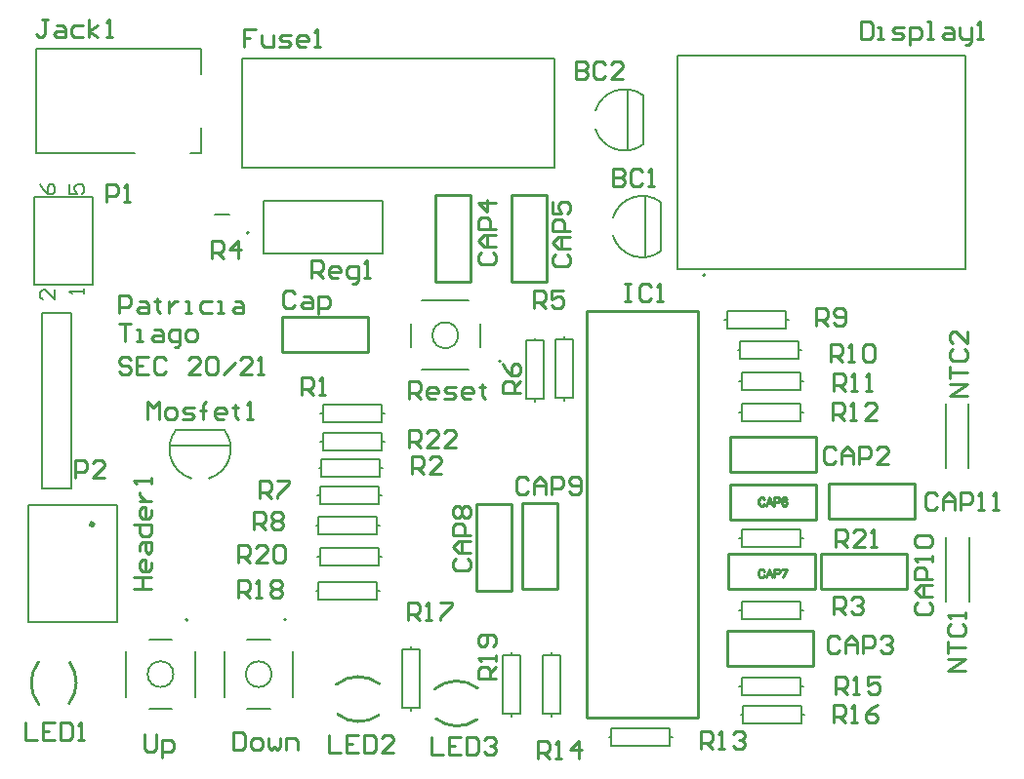
<source format=gto>
G04*
G04 #@! TF.GenerationSoftware,Altium Limited,Altium Designer,20.0.12 (288)*
G04*
G04 Layer_Color=65535*
%FSLAX44Y44*%
%MOMM*%
G71*
G01*
G75*
%ADD10C,0.4000*%
%ADD11C,0.2000*%
%ADD12C,0.1270*%
%ADD13C,0.2540*%
%ADD14C,0.2032*%
D10*
X398540Y818460D02*
G03*
X398540Y818460I-1000J0D01*
G01*
D11*
X533670Y1071610D02*
G03*
X533670Y1071610I-1000J0D01*
G01*
X929681Y1034821D02*
G03*
X929681Y1034821I-1000J0D01*
G01*
X752430Y959909D02*
G03*
X752430Y959909I-1000J0D01*
G01*
X566001Y735670D02*
G03*
X566001Y735670I-1000J0D01*
G01*
X480911D02*
G03*
X480911Y735670I-1000J0D01*
G01*
X354330Y1002030D02*
X379730D01*
X354330Y849630D02*
X379730D01*
X354330D02*
Y1002030D01*
X379730Y849630D02*
Y1002030D01*
X419540Y733460D02*
Y835460D01*
X342540Y733460D02*
X419540D01*
X342540D02*
Y835460D01*
X419540D01*
X528320Y1127760D02*
Y1223010D01*
X798830D01*
Y1127760D02*
Y1223010D01*
X528320Y1127760D02*
X798830D01*
X648970Y890270D02*
Y897890D01*
X598170D02*
X648970D01*
X598170Y882650D02*
Y897890D01*
Y882650D02*
X648970D01*
Y890270D01*
X595884D02*
X598170D01*
X648970D02*
X651256D01*
X647700Y867410D02*
X649986D01*
X594614D02*
X596900D01*
X647700Y859790D02*
Y867410D01*
X596900Y859790D02*
X647700D01*
X596900D02*
Y875030D01*
X647700D01*
Y867410D02*
Y875030D01*
X648970Y914400D02*
Y922020D01*
X598170D02*
X648970D01*
X598170Y906780D02*
Y922020D01*
Y906780D02*
X648970D01*
Y914400D01*
X595884D02*
X598170D01*
X648970D02*
X651256D01*
X646430Y843949D02*
X648716D01*
X593344D02*
X595630D01*
X646430Y836329D02*
Y843949D01*
X595630Y836329D02*
X646430D01*
X595630D02*
Y851569D01*
X646430D01*
Y843949D02*
Y851569D01*
X593344Y789940D02*
X595630D01*
X646430D02*
X648716D01*
X595630D02*
Y797560D01*
X646430D01*
Y782320D02*
Y797560D01*
X595630Y782320D02*
X646430D01*
X595630D02*
Y789940D01*
X592074Y817324D02*
X594360D01*
X645160D02*
X647446D01*
X594360D02*
Y824944D01*
X645160D01*
Y809704D02*
Y824944D01*
X594360Y809704D02*
X645160D01*
X594360D02*
Y817324D01*
X959104Y744091D02*
X961390D01*
X1012190D02*
X1014476D01*
X961390D02*
Y751711D01*
X1012190D01*
Y736471D02*
Y751711D01*
X961390Y736471D02*
X1012190D01*
X961390D02*
Y744091D01*
X959104Y806302D02*
X961390D01*
X1012190D02*
X1014476D01*
X961390D02*
Y813922D01*
X1012190D01*
Y798682D02*
Y813922D01*
X961390Y798682D02*
X1012190D01*
X961390D02*
Y806302D01*
X782320Y977900D02*
Y980186D01*
Y924814D02*
Y927100D01*
Y977900D02*
X789940D01*
Y927100D02*
Y977900D01*
X774700Y927100D02*
X789940D01*
X774700D02*
Y977900D01*
X782320D01*
X807720Y979170D02*
Y981456D01*
Y926084D02*
Y928370D01*
Y979170D02*
X815340D01*
Y928370D02*
Y979170D01*
X800100Y928370D02*
X815340D01*
X800100D02*
Y979170D01*
X807720D01*
X1013460Y652780D02*
X1015746D01*
X960374D02*
X962660D01*
X1013460Y645160D02*
Y652780D01*
X962660Y645160D02*
X1013460D01*
X962660D02*
Y660400D01*
X1013460D01*
Y652780D02*
Y660400D01*
X1012190Y677320D02*
X1014476D01*
X959104D02*
X961390D01*
X1012190Y669700D02*
Y677320D01*
X961390Y669700D02*
X1012190D01*
X961390D02*
Y684940D01*
X1012190D01*
Y677320D02*
Y684940D01*
X796290Y651764D02*
Y654050D01*
Y704850D02*
Y707136D01*
X788670Y654050D02*
X796290D01*
X788670D02*
Y704850D01*
X803910D01*
Y654050D02*
Y704850D01*
X796290Y654050D02*
X803910D01*
X899160Y633730D02*
X901446D01*
X846074D02*
X848360D01*
X899160Y626110D02*
Y633730D01*
X848360Y626110D02*
X899160D01*
X848360D02*
Y641350D01*
X899160D01*
Y633730D02*
Y641350D01*
X1012190Y915416D02*
X1014476D01*
X959104D02*
X961390D01*
X1012190Y907796D02*
Y915416D01*
X961390Y907796D02*
X1012190D01*
X961390D02*
Y923036D01*
X1012190D01*
Y915416D02*
Y923036D01*
X1012190Y943102D02*
X1014476D01*
X959104D02*
X961390D01*
X1012190Y935482D02*
Y943102D01*
X961390Y935482D02*
X1012190D01*
X961390D02*
Y950722D01*
X1012190D01*
Y943102D02*
Y950722D01*
X1010920Y969810D02*
X1013206D01*
X957834D02*
X960120D01*
X1010920Y962190D02*
Y969810D01*
X960120Y962190D02*
X1010920D01*
X960120D02*
Y977430D01*
X1010920D01*
Y969810D02*
Y977430D01*
X999490Y995680D02*
X1001776D01*
X946404D02*
X948690D01*
X999490Y988060D02*
Y995680D01*
X948690Y988060D02*
X999490D01*
X948690D02*
Y1003300D01*
X999490D01*
Y995680D02*
Y1003300D01*
X762000Y704850D02*
Y707136D01*
Y651764D02*
Y654050D01*
Y704850D02*
X769620D01*
Y654050D02*
Y704850D01*
X754380Y654050D02*
X769620D01*
X754380D02*
Y704850D01*
X762000D01*
X592074Y760730D02*
X594360D01*
X645160D02*
X647446D01*
X594360D02*
Y768350D01*
X645160D01*
Y753110D02*
Y768350D01*
X594360Y753110D02*
X645160D01*
X594360D02*
Y760730D01*
X674370Y709930D02*
Y712216D01*
Y656844D02*
Y659130D01*
Y709930D02*
X681990D01*
Y659130D02*
Y709930D01*
X666750Y659130D02*
X681990D01*
X666750D02*
Y709930D01*
X674370D01*
X398780Y1053677D02*
Y1102360D01*
Y1026160D02*
Y1102360D01*
X347980Y1026160D02*
Y1102360D01*
Y1026160D02*
X398780D01*
X347980Y1102360D02*
X398780D01*
X504540Y1087120D02*
X516540D01*
D12*
X891450Y1097981D02*
G03*
X849526Y1084762I-16419J-21016D01*
G01*
X849525Y1069162D02*
G03*
X891450Y1055943I25505J7798D01*
G01*
X876209Y1190691D02*
G03*
X834286Y1177473I-16419J-21016D01*
G01*
X834285Y1161872D02*
G03*
X876210Y1148653I25505J7798D01*
G01*
X715280Y982620D02*
G03*
X715280Y982620I-11180J0D01*
G01*
X553470Y688340D02*
G03*
X553470Y688340I-11180J0D01*
G01*
X468380D02*
G03*
X468380Y688340I-11180J0D01*
G01*
X499288Y858415D02*
G03*
X512507Y900340I-7798J25505D01*
G01*
X470469Y900340D02*
G03*
X483688Y858416I21016J-16419D01*
G01*
X546170Y1053710D02*
Y1099710D01*
Y1053710D02*
X650170D01*
Y1099710D01*
X546170D02*
X650170D01*
X905681Y1039821D02*
Y1225821D01*
X1155681Y1039821D02*
Y1225821D01*
X905681Y1039821D02*
X1155681D01*
X905681Y1225821D02*
X1155681D01*
X877570Y1050410D02*
Y1103510D01*
X891540Y1056014D02*
Y1097910D01*
X862330Y1143120D02*
Y1196220D01*
X876300Y1148724D02*
Y1190620D01*
X684100Y952620D02*
X724100D01*
X674100Y972620D02*
Y992620D01*
X734100Y972620D02*
Y992620D01*
X684100Y1012620D02*
X724100D01*
X572290Y668340D02*
Y708340D01*
X532290Y658340D02*
X552290D01*
X532290Y718340D02*
X552290D01*
X512290Y668340D02*
Y708340D01*
X487200Y668340D02*
Y708340D01*
X447200Y658340D02*
X467200D01*
X447200Y718340D02*
X467200D01*
X427200Y668340D02*
Y708340D01*
X470540Y900430D02*
X512436D01*
X464940Y886460D02*
X518040D01*
X349180Y1141180D02*
Y1231180D01*
Y1141180D02*
X435180D01*
X483180D02*
X492180D01*
Y1163180D01*
Y1209180D02*
Y1231180D01*
X349180D02*
X492180D01*
X1158398Y751293D02*
Y807173D01*
X1138398Y751293D02*
Y807173D01*
X1138080Y867410D02*
Y923290D01*
X1158080Y867410D02*
Y923290D01*
D13*
X351247Y698922D02*
G03*
X351873Y661740I23403J-18202D01*
G01*
X377828Y662939D02*
G03*
X378460Y698500I-23403J18202D01*
G01*
X646852Y679993D02*
G03*
X609669Y679367I-18202J-23403D01*
G01*
X610869Y653412D02*
G03*
X646430Y652780I18202J23403D01*
G01*
X732242Y676183D02*
G03*
X695060Y675557I-18202J-23403D01*
G01*
X696259Y649602D02*
G03*
X731820Y648970I18202J23403D01*
G01*
X562210Y998220D02*
X582530D01*
X562210Y967740D02*
Y998220D01*
Y967740D02*
X582530D01*
X618090D02*
X637140D01*
Y998220D01*
X618090D02*
X637140D01*
X582530Y967740D02*
X618090D01*
X582530Y998220D02*
X618090D01*
X1005840Y864022D02*
X1026160D01*
Y894502D01*
X1005840D02*
X1026160D01*
X951230D02*
X970280D01*
X951230Y864022D02*
Y894502D01*
Y864022D02*
X970280D01*
Y894502D02*
X1005840D01*
X970280Y864022D02*
X1005840D01*
X948690Y725566D02*
X969010D01*
X948690Y695086D02*
Y725566D01*
Y695086D02*
X969010D01*
X1004570D02*
X1023620D01*
Y725566D01*
X1004570D02*
X1023620D01*
X969010Y695086D02*
X1004570D01*
X969010Y725566D02*
X1004570D01*
X726440Y1083710D02*
Y1104030D01*
X695960D02*
X726440D01*
X695960Y1083710D02*
Y1104030D01*
Y1029100D02*
Y1048150D01*
Y1029100D02*
X726440D01*
Y1048150D01*
X695960D02*
Y1083710D01*
X726440Y1048150D02*
Y1083710D01*
X792480D02*
Y1104030D01*
X762000D02*
X792480D01*
X762000Y1083710D02*
Y1104030D01*
Y1029100D02*
Y1048150D01*
Y1029100D02*
X792480D01*
Y1048150D01*
X762000D02*
Y1083710D01*
X792480Y1048150D02*
Y1083710D01*
X1005840Y822331D02*
X1026160D01*
Y852811D01*
X1005840D02*
X1026160D01*
X951230D02*
X970280D01*
X951230Y822331D02*
Y852811D01*
Y822331D02*
X970280D01*
Y852811D02*
X1005840D01*
X970280Y822331D02*
X1005840D01*
X949960Y792480D02*
X970280D01*
X949960Y762000D02*
Y792480D01*
Y762000D02*
X970280D01*
X1005840D02*
X1024890D01*
Y792480D01*
X1005840D02*
X1024890D01*
X970280Y762000D02*
X1005840D01*
X970280Y792480D02*
X1005840D01*
X762000Y815340D02*
Y835660D01*
X731520D02*
X762000D01*
X731520Y815340D02*
Y835660D01*
Y760730D02*
Y779780D01*
Y760730D02*
X762000D01*
Y779780D01*
X731520D02*
Y815340D01*
X762000Y779780D02*
Y815340D01*
X770890Y762000D02*
Y782320D01*
Y762000D02*
X801370D01*
Y782320D01*
Y817880D02*
Y836930D01*
X770890D02*
X801370D01*
X770890Y817880D02*
Y836930D01*
X801370Y782320D02*
Y817880D01*
X770890Y782320D02*
Y817880D01*
X1029970Y792480D02*
X1050290D01*
X1029970Y762000D02*
Y792480D01*
Y762000D02*
X1050290D01*
X1085850D02*
X1104900D01*
Y792480D01*
X1085850D02*
X1104900D01*
X1050290Y762000D02*
X1085850D01*
X1050290Y792480D02*
X1085850D01*
X1036720Y853440D02*
X1057040D01*
X1036720Y822960D02*
Y853440D01*
Y822960D02*
X1057040D01*
X1092600D02*
X1111650D01*
Y853440D01*
X1092600D02*
X1111650D01*
X1057040Y822960D02*
X1092600D01*
X1057040Y853440D02*
X1092600D01*
X826770Y650240D02*
Y1003300D01*
Y650240D02*
X923290D01*
Y1003300D01*
X826770D02*
X923290D01*
X421640Y1001869D02*
Y1016864D01*
X429138D01*
X431637Y1014365D01*
Y1009366D01*
X429138Y1006867D01*
X421640D01*
X439134Y1011865D02*
X444133D01*
X446632Y1009366D01*
Y1001869D01*
X439134D01*
X436635Y1004368D01*
X439134Y1006867D01*
X446632D01*
X454129Y1014365D02*
Y1011865D01*
X451630D01*
X456629D01*
X454129D01*
Y1004368D01*
X456629Y1001869D01*
X464126Y1011865D02*
Y1001869D01*
Y1006867D01*
X466625Y1009366D01*
X469125Y1011865D01*
X471624D01*
X479121Y1001869D02*
X484120D01*
X481621D01*
Y1011865D01*
X479121D01*
X501614D02*
X494117D01*
X491617Y1009366D01*
Y1004368D01*
X494117Y1001869D01*
X501614D01*
X506613D02*
X511611D01*
X509112D01*
Y1011865D01*
X506613D01*
X521608D02*
X526606D01*
X529105Y1009366D01*
Y1001869D01*
X521608D01*
X519109Y1004368D01*
X521608Y1006867D01*
X529105D01*
X421640Y992774D02*
X431637D01*
X426638D01*
Y977779D01*
X436635D02*
X441633D01*
X439134D01*
Y987775D01*
X436635D01*
X451630D02*
X456629D01*
X459128Y985276D01*
Y977779D01*
X451630D01*
X449131Y980278D01*
X451630Y982777D01*
X459128D01*
X469125Y972780D02*
X471624D01*
X474123Y975279D01*
Y987775D01*
X466625D01*
X464126Y985276D01*
Y980278D01*
X466625Y977779D01*
X474123D01*
X481621D02*
X486619D01*
X489118Y980278D01*
Y985276D01*
X486619Y987775D01*
X481621D01*
X479121Y985276D01*
Y980278D01*
X481621Y977779D01*
X431637Y961186D02*
X429138Y963685D01*
X424139D01*
X421640Y961186D01*
Y958687D01*
X424139Y956188D01*
X429138D01*
X431637Y953688D01*
Y951189D01*
X429138Y948690D01*
X424139D01*
X421640Y951189D01*
X446632Y963685D02*
X436635D01*
Y948690D01*
X446632D01*
X436635Y956188D02*
X441633D01*
X461627Y961186D02*
X459128Y963685D01*
X454129D01*
X451630Y961186D01*
Y951189D01*
X454129Y948690D01*
X459128D01*
X461627Y951189D01*
X491617Y948690D02*
X481621D01*
X491617Y958687D01*
Y961186D01*
X489118Y963685D01*
X484120D01*
X481621Y961186D01*
X496616D02*
X499115Y963685D01*
X504113D01*
X506613Y961186D01*
Y951189D01*
X504113Y948690D01*
X499115D01*
X496616Y951189D01*
Y961186D01*
X511611Y948690D02*
X521608Y958687D01*
X536603Y948690D02*
X526606D01*
X536603Y958687D01*
Y961186D01*
X534104Y963685D01*
X529105D01*
X526606Y961186D01*
X541601Y948690D02*
X546600D01*
X544100D01*
Y963685D01*
X541601Y961186D01*
X383544Y858522D02*
Y873757D01*
X391162D01*
X393701Y871218D01*
Y866140D01*
X391162Y863601D01*
X383544D01*
X408936Y858522D02*
X398779D01*
X408936Y868679D01*
Y871218D01*
X406397Y873757D01*
X401318D01*
X398779Y871218D01*
X673107Y885192D02*
Y900427D01*
X680724D01*
X683263Y897888D01*
Y892810D01*
X680724Y890271D01*
X673107D01*
X678185D02*
X683263Y885192D01*
X698498D02*
X688342D01*
X698498Y895349D01*
Y897888D01*
X695959Y900427D01*
X690881D01*
X688342Y897888D01*
X713733Y885192D02*
X703577D01*
X713733Y895349D01*
Y897888D01*
X711194Y900427D01*
X706116D01*
X703577Y897888D01*
X579882Y930656D02*
Y945891D01*
X587500D01*
X590039Y943352D01*
Y938273D01*
X587500Y935734D01*
X579882D01*
X584960D02*
X590039Y930656D01*
X595117D02*
X600195D01*
X597656D01*
Y945891D01*
X595117Y943352D01*
X1130707Y843278D02*
X1128168Y845817D01*
X1123090D01*
X1120550Y843278D01*
Y833122D01*
X1123090Y830583D01*
X1128168D01*
X1130707Y833122D01*
X1135785Y830583D02*
Y840739D01*
X1140864Y845817D01*
X1145942Y840739D01*
Y830583D01*
Y838200D01*
X1135785D01*
X1151020Y830583D02*
Y845817D01*
X1158638D01*
X1161177Y843278D01*
Y838200D01*
X1158638Y835661D01*
X1151020D01*
X1166255Y830583D02*
X1171334D01*
X1168795D01*
Y845817D01*
X1166255Y843278D01*
X1178951Y830583D02*
X1184030D01*
X1181491D01*
Y845817D01*
X1178951Y843278D01*
X1113792Y750578D02*
X1111252Y748039D01*
Y742960D01*
X1113792Y740421D01*
X1123948D01*
X1126488Y742960D01*
Y748039D01*
X1123948Y750578D01*
X1126488Y755656D02*
X1116331D01*
X1111252Y760734D01*
X1116331Y765813D01*
X1126488D01*
X1118870D01*
Y755656D01*
X1126488Y770891D02*
X1111252D01*
Y778509D01*
X1113792Y781048D01*
X1118870D01*
X1121409Y778509D01*
Y770891D01*
X1126488Y786126D02*
Y791205D01*
Y788665D01*
X1111252D01*
X1113792Y786126D01*
Y798822D02*
X1111252Y801361D01*
Y806440D01*
X1113792Y808979D01*
X1123948D01*
X1126488Y806440D01*
Y801361D01*
X1123948Y798822D01*
X1113792D01*
X588018Y1032512D02*
Y1047747D01*
X595636D01*
X598175Y1045208D01*
Y1040129D01*
X595636Y1037590D01*
X588018D01*
X593097D02*
X598175Y1032512D01*
X610871D02*
X605793D01*
X603253Y1035051D01*
Y1040129D01*
X605793Y1042668D01*
X610871D01*
X613410Y1040129D01*
Y1037590D01*
X603253D01*
X623567Y1027433D02*
X626106D01*
X628645Y1029973D01*
Y1042668D01*
X621028D01*
X618488Y1040129D01*
Y1035051D01*
X621028Y1032512D01*
X628645D01*
X633723D02*
X638802D01*
X636263D01*
Y1047747D01*
X633723Y1045208D01*
X1042676Y798685D02*
Y813920D01*
X1050293D01*
X1052833Y811381D01*
Y806302D01*
X1050293Y803763D01*
X1042676D01*
X1047754D02*
X1052833Y798685D01*
X1068068D02*
X1057911D01*
X1068068Y808841D01*
Y811381D01*
X1065528Y813920D01*
X1060450D01*
X1057911Y811381D01*
X1073146Y798685D02*
X1078224D01*
X1075685D01*
Y813920D01*
X1073146Y811381D01*
X524517Y784863D02*
Y800098D01*
X532134D01*
X534673Y797558D01*
Y792480D01*
X532134Y789941D01*
X524517D01*
X529595D02*
X534673Y784863D01*
X549908D02*
X539752D01*
X549908Y795019D01*
Y797558D01*
X547369Y800098D01*
X542291D01*
X539752Y797558D01*
X554987D02*
X557526Y800098D01*
X562604D01*
X565143Y797558D01*
Y787402D01*
X562604Y784863D01*
X557526D01*
X554987Y787402D01*
Y797558D01*
X748027Y684536D02*
X732792D01*
Y692154D01*
X735332Y694693D01*
X740410D01*
X742949Y692154D01*
Y684536D01*
Y689614D02*
X748027Y694693D01*
Y699771D02*
Y704850D01*
Y702310D01*
X732792D01*
X735332Y699771D01*
X745488Y712467D02*
X748027Y715006D01*
Y720085D01*
X745488Y722624D01*
X735332D01*
X732792Y720085D01*
Y715006D01*
X735332Y712467D01*
X737871D01*
X740410Y715006D01*
Y722624D01*
X524516Y754382D02*
Y769617D01*
X532134D01*
X534673Y767078D01*
Y762000D01*
X532134Y759461D01*
X524516D01*
X529594D02*
X534673Y754382D01*
X539751D02*
X544830D01*
X542290D01*
Y769617D01*
X539751Y767078D01*
X552447D02*
X554986Y769617D01*
X560065D01*
X562604Y767078D01*
Y764539D01*
X560065Y762000D01*
X562604Y759461D01*
Y756922D01*
X560065Y754382D01*
X554986D01*
X552447Y756922D01*
Y759461D01*
X554986Y762000D01*
X552447Y764539D01*
Y767078D01*
X554986Y762000D02*
X560065D01*
X671836Y735332D02*
Y750567D01*
X679454D01*
X681993Y748028D01*
Y742950D01*
X679454Y740411D01*
X671836D01*
X676915D02*
X681993Y735332D01*
X687071D02*
X692150D01*
X689610D01*
Y750567D01*
X687071Y748028D01*
X699767Y750567D02*
X709924D01*
Y748028D01*
X699767Y737872D01*
Y735332D01*
X1041406Y646014D02*
Y661249D01*
X1049024D01*
X1051563Y658710D01*
Y653631D01*
X1049024Y651092D01*
X1041406D01*
X1046485D02*
X1051563Y646014D01*
X1056641D02*
X1061720D01*
X1059180D01*
Y661249D01*
X1056641Y658710D01*
X1079494Y661249D02*
X1074416Y658710D01*
X1069337Y653631D01*
Y648553D01*
X1071876Y646014D01*
X1076955D01*
X1079494Y648553D01*
Y651092D01*
X1076955Y653631D01*
X1069337D01*
X1042676Y670972D02*
Y686207D01*
X1050294D01*
X1052833Y683668D01*
Y678590D01*
X1050294Y676051D01*
X1042676D01*
X1047755D02*
X1052833Y670972D01*
X1057911D02*
X1062990D01*
X1060451D01*
Y686207D01*
X1057911Y683668D01*
X1080764Y686207D02*
X1070607D01*
Y678590D01*
X1075686Y681129D01*
X1078225D01*
X1080764Y678590D01*
Y673512D01*
X1078225Y670972D01*
X1073146D01*
X1070607Y673512D01*
X784866Y614683D02*
Y629917D01*
X792484D01*
X795023Y627378D01*
Y622300D01*
X792484Y619761D01*
X784866D01*
X789945D02*
X795023Y614683D01*
X800101D02*
X805180D01*
X802640D01*
Y629917D01*
X800101Y627378D01*
X820415Y614683D02*
Y629917D01*
X812797Y622300D01*
X822954D01*
X925836Y623573D02*
Y638807D01*
X933454D01*
X935993Y636268D01*
Y631190D01*
X933454Y628651D01*
X925836D01*
X930915D02*
X935993Y623573D01*
X941071D02*
X946150D01*
X943610D01*
Y638807D01*
X941071Y636268D01*
X953767D02*
X956306Y638807D01*
X961385D01*
X963924Y636268D01*
Y633729D01*
X961385Y631190D01*
X958846D01*
X961385D01*
X963924Y628651D01*
Y626112D01*
X961385Y623573D01*
X956306D01*
X953767Y626112D01*
X1040136Y909069D02*
Y924304D01*
X1047754D01*
X1050293Y921765D01*
Y916686D01*
X1047754Y914147D01*
X1040136D01*
X1045215D02*
X1050293Y909069D01*
X1055371D02*
X1060450D01*
X1057911D01*
Y924304D01*
X1055371Y921765D01*
X1078224Y909069D02*
X1068067D01*
X1078224Y919225D01*
Y921765D01*
X1075685Y924304D01*
X1070606D01*
X1068067Y921765D01*
X1041405Y934214D02*
Y949449D01*
X1049023D01*
X1051562Y946910D01*
Y941832D01*
X1049023Y939293D01*
X1041405D01*
X1046483D02*
X1051562Y934214D01*
X1056640D02*
X1061719D01*
X1059179D01*
Y949449D01*
X1056640Y946910D01*
X1069336Y934214D02*
X1074414D01*
X1071875D01*
Y949449D01*
X1069336Y946910D01*
X1038866Y959653D02*
Y974888D01*
X1046484D01*
X1049023Y972349D01*
Y967270D01*
X1046484Y964731D01*
X1038866D01*
X1043944D02*
X1049023Y959653D01*
X1054101D02*
X1059180D01*
X1056640D01*
Y974888D01*
X1054101Y972349D01*
X1066797D02*
X1069336Y974888D01*
X1074415D01*
X1076954Y972349D01*
Y962192D01*
X1074415Y959653D01*
X1069336D01*
X1066797Y962192D01*
Y972349D01*
X1026164Y990602D02*
Y1005837D01*
X1033782D01*
X1036321Y1003298D01*
Y998220D01*
X1033782Y995681D01*
X1026164D01*
X1031243D02*
X1036321Y990602D01*
X1041399Y993142D02*
X1043938Y990602D01*
X1049017D01*
X1051556Y993142D01*
Y1003298D01*
X1049017Y1005837D01*
X1043938D01*
X1041399Y1003298D01*
Y1000759D01*
X1043938Y998220D01*
X1051556D01*
X538484Y814072D02*
Y829307D01*
X546102D01*
X548641Y826768D01*
Y821690D01*
X546102Y819151D01*
X538484D01*
X543563D02*
X548641Y814072D01*
X553719Y826768D02*
X556258Y829307D01*
X561337D01*
X563876Y826768D01*
Y824229D01*
X561337Y821690D01*
X563876Y819151D01*
Y816612D01*
X561337Y814072D01*
X556258D01*
X553719Y816612D01*
Y819151D01*
X556258Y821690D01*
X553719Y824229D01*
Y826768D01*
X556258Y821690D02*
X561337D01*
X543564Y840742D02*
Y855977D01*
X551182D01*
X553721Y853438D01*
Y848360D01*
X551182Y845821D01*
X543564D01*
X548643D02*
X553721Y840742D01*
X558799Y855977D02*
X568956D01*
Y853438D01*
X558799Y843282D01*
Y840742D01*
X769617Y932184D02*
X754382D01*
Y939802D01*
X756922Y942341D01*
X762000D01*
X764539Y939802D01*
Y932184D01*
Y937262D02*
X769617Y942341D01*
X754382Y957576D02*
X756922Y952497D01*
X762000Y947419D01*
X767078D01*
X769617Y949958D01*
Y955037D01*
X767078Y957576D01*
X764539D01*
X762000Y955037D01*
Y947419D01*
X781054Y1005843D02*
Y1021077D01*
X788672D01*
X791211Y1018538D01*
Y1013460D01*
X788672Y1010921D01*
X781054D01*
X786133D02*
X791211Y1005843D01*
X806446Y1021077D02*
X796289D01*
Y1013460D01*
X801367Y1015999D01*
X803907D01*
X806446Y1013460D01*
Y1008382D01*
X803907Y1005843D01*
X798828D01*
X796289Y1008382D01*
X501654Y1049023D02*
Y1064258D01*
X509272D01*
X511811Y1061718D01*
Y1056640D01*
X509272Y1054101D01*
X501654D01*
X506732D02*
X511811Y1049023D01*
X524507D02*
Y1064258D01*
X516889Y1056640D01*
X527046D01*
X1041404Y740284D02*
Y755519D01*
X1049021D01*
X1051561Y752979D01*
Y747901D01*
X1049021Y745362D01*
X1041404D01*
X1046482D02*
X1051561Y740284D01*
X1056639Y752979D02*
X1059178Y755519D01*
X1064256D01*
X1066796Y752979D01*
Y750440D01*
X1064256Y747901D01*
X1061717D01*
X1064256D01*
X1066796Y745362D01*
Y742823D01*
X1064256Y740284D01*
X1059178D01*
X1056639Y742823D01*
X675644Y862333D02*
Y877568D01*
X683262D01*
X685801Y875028D01*
Y869950D01*
X683262Y867411D01*
X675644D01*
X680723D02*
X685801Y862333D01*
X701036D02*
X690879D01*
X701036Y872489D01*
Y875028D01*
X698497Y877568D01*
X693418D01*
X690879Y875028D01*
X410213Y1098552D02*
Y1113788D01*
X417831D01*
X420370Y1111248D01*
Y1106170D01*
X417831Y1103631D01*
X410213D01*
X425448Y1098552D02*
X430527D01*
X427988D01*
Y1113788D01*
X425448Y1111248D01*
X1156967Y929649D02*
X1141732D01*
X1156967Y939806D01*
X1141732D01*
Y944884D02*
Y955041D01*
Y949962D01*
X1156967D01*
X1144272Y970276D02*
X1141732Y967737D01*
Y962658D01*
X1144272Y960119D01*
X1154428D01*
X1156967Y962658D01*
Y967737D01*
X1154428Y970276D01*
X1156967Y985511D02*
Y975354D01*
X1146811Y985511D01*
X1144272D01*
X1141732Y982972D01*
Y977893D01*
X1144272Y975354D01*
X1155697Y690888D02*
X1140462D01*
X1155697Y701045D01*
X1140462D01*
Y706123D02*
Y716280D01*
Y711202D01*
X1155697D01*
X1143002Y731515D02*
X1140462Y728976D01*
Y723898D01*
X1143002Y721358D01*
X1153158D01*
X1155697Y723898D01*
Y728976D01*
X1153158Y731515D01*
X1155697Y736593D02*
Y741672D01*
Y739133D01*
X1140462D01*
X1143002Y736593D01*
X445785Y909323D02*
Y924557D01*
X450863Y919479D01*
X455942Y924557D01*
Y909323D01*
X463559D02*
X468637D01*
X471177Y911862D01*
Y916940D01*
X468637Y919479D01*
X463559D01*
X461020Y916940D01*
Y911862D01*
X463559Y909323D01*
X476255D02*
X483872D01*
X486412Y911862D01*
X483872Y914401D01*
X478794D01*
X476255Y916940D01*
X478794Y919479D01*
X486412D01*
X494029Y909323D02*
Y922018D01*
Y916940D01*
X491490D01*
X496568D01*
X494029D01*
Y922018D01*
X496568Y924557D01*
X511803Y909323D02*
X506725D01*
X504186Y911862D01*
Y916940D01*
X506725Y919479D01*
X511803D01*
X514343Y916940D01*
Y914401D01*
X504186D01*
X521960Y922018D02*
Y919479D01*
X519421D01*
X524499D01*
X521960D01*
Y911862D01*
X524499Y909323D01*
X532117D02*
X537195D01*
X534656D01*
Y924557D01*
X532117Y922018D01*
X692159Y633727D02*
Y618493D01*
X702316D01*
X717551Y633727D02*
X707394D01*
Y618493D01*
X717551D01*
X707394Y626110D02*
X712473D01*
X722629Y633727D02*
Y618493D01*
X730247D01*
X732786Y621032D01*
Y631188D01*
X730247Y633727D01*
X722629D01*
X737864Y631188D02*
X740403Y633727D01*
X745482D01*
X748021Y631188D01*
Y628649D01*
X745482Y626110D01*
X742943D01*
X745482D01*
X748021Y623571D01*
Y621032D01*
X745482Y618493D01*
X740403D01*
X737864Y621032D01*
X603259Y634997D02*
Y619762D01*
X613416D01*
X628651Y634997D02*
X618494D01*
Y619762D01*
X628651D01*
X618494Y627380D02*
X623573D01*
X633729Y634997D02*
Y619762D01*
X641347D01*
X643886Y622302D01*
Y632458D01*
X641347Y634997D01*
X633729D01*
X659121Y619762D02*
X648964D01*
X659121Y629919D01*
Y632458D01*
X656582Y634997D01*
X651503D01*
X648964Y632458D01*
X340368Y646428D02*
Y631193D01*
X350525D01*
X365760Y646428D02*
X355603D01*
Y631193D01*
X365760D01*
X355603Y638810D02*
X360682D01*
X370838Y646428D02*
Y631193D01*
X378456D01*
X380995Y633732D01*
Y643888D01*
X378456Y646428D01*
X370838D01*
X386073Y631193D02*
X391152D01*
X388613D01*
Y646428D01*
X386073Y643888D01*
X359153Y1256787D02*
X354074D01*
X356614D01*
Y1244091D01*
X354074Y1241552D01*
X351535D01*
X348996Y1244091D01*
X366770Y1251709D02*
X371849D01*
X374388Y1249169D01*
Y1241552D01*
X366770D01*
X364231Y1244091D01*
X366770Y1246630D01*
X374388D01*
X389623Y1251709D02*
X382005D01*
X379466Y1249169D01*
Y1244091D01*
X382005Y1241552D01*
X389623D01*
X394701D02*
Y1256787D01*
Y1246630D02*
X402319Y1251709D01*
X394701Y1246630D02*
X402319Y1241552D01*
X409936D02*
X415015D01*
X412476D01*
Y1256787D01*
X409936Y1254248D01*
X859795Y1027428D02*
X864874D01*
X862335D01*
Y1012193D01*
X859795D01*
X864874D01*
X882648Y1024888D02*
X880109Y1027428D01*
X875030D01*
X872491Y1024888D01*
Y1014732D01*
X875030Y1012193D01*
X880109D01*
X882648Y1014732D01*
X887726Y1012193D02*
X892805D01*
X890266D01*
Y1027428D01*
X887726Y1024888D01*
X434342Y762016D02*
X449577D01*
X441960D01*
Y772172D01*
X434342D01*
X449577D01*
Y784868D02*
Y779790D01*
X447038Y777251D01*
X441960D01*
X439421Y779790D01*
Y784868D01*
X441960Y787407D01*
X444499D01*
Y777251D01*
X439421Y795025D02*
Y800103D01*
X441960Y802643D01*
X449577D01*
Y795025D01*
X447038Y792486D01*
X444499Y795025D01*
Y802643D01*
X434342Y817878D02*
X449577D01*
Y810260D01*
X447038Y807721D01*
X441960D01*
X439421Y810260D01*
Y817878D01*
X449577Y830573D02*
Y825495D01*
X447038Y822956D01*
X441960D01*
X439421Y825495D01*
Y830573D01*
X441960Y833113D01*
X444499D01*
Y822956D01*
X439421Y838191D02*
X449577D01*
X444499D01*
X441960Y840730D01*
X439421Y843269D01*
Y845808D01*
X449577Y853426D02*
Y858504D01*
Y855965D01*
X434342D01*
X436882Y853426D01*
X539757Y1248408D02*
X529601D01*
Y1240790D01*
X534679D01*
X529601D01*
Y1233173D01*
X544836Y1243329D02*
Y1235712D01*
X547375Y1233173D01*
X554992D01*
Y1243329D01*
X560071Y1233173D02*
X567688D01*
X570228Y1235712D01*
X567688Y1238251D01*
X562610D01*
X560071Y1240790D01*
X562610Y1243329D01*
X570228D01*
X582923Y1233173D02*
X577845D01*
X575306Y1235712D01*
Y1240790D01*
X577845Y1243329D01*
X582923D01*
X585463Y1240790D01*
Y1238251D01*
X575306D01*
X590541Y1233173D02*
X595619D01*
X593080D01*
Y1248408D01*
X590541Y1245868D01*
X1064277Y1254757D02*
Y1239522D01*
X1071895D01*
X1074434Y1242061D01*
Y1252217D01*
X1071895Y1254757D01*
X1064277D01*
X1079512Y1239522D02*
X1084591D01*
X1082051D01*
Y1249678D01*
X1079512D01*
X1092208Y1239522D02*
X1099826D01*
X1102365Y1242061D01*
X1099826Y1244600D01*
X1094747D01*
X1092208Y1247139D01*
X1094747Y1249678D01*
X1102365D01*
X1107443Y1234443D02*
Y1249678D01*
X1115061D01*
X1117600Y1247139D01*
Y1242061D01*
X1115061Y1239522D01*
X1107443D01*
X1122678D02*
X1127757D01*
X1125218D01*
Y1254757D01*
X1122678D01*
X1137913Y1249678D02*
X1142992D01*
X1145531Y1247139D01*
Y1239522D01*
X1137913D01*
X1135374Y1242061D01*
X1137913Y1244600D01*
X1145531D01*
X1150609Y1249678D02*
Y1242061D01*
X1153148Y1239522D01*
X1160766D01*
Y1236982D01*
X1158227Y1234443D01*
X1155688D01*
X1160766Y1239522D02*
Y1249678D01*
X1165844Y1239522D02*
X1170923D01*
X1168384D01*
Y1254757D01*
X1165844Y1252217D01*
X776393Y856831D02*
X773854Y859370D01*
X768776D01*
X766237Y856831D01*
Y846674D01*
X768776Y844135D01*
X773854D01*
X776393Y846674D01*
X781472Y844135D02*
Y854292D01*
X786550Y859370D01*
X791628Y854292D01*
Y844135D01*
Y851752D01*
X781472D01*
X796707Y844135D02*
Y859370D01*
X804324D01*
X806863Y856831D01*
Y851752D01*
X804324Y849213D01*
X796707D01*
X811942Y846674D02*
X814481Y844135D01*
X819559D01*
X822098Y846674D01*
Y856831D01*
X819559Y859370D01*
X814481D01*
X811942Y856831D01*
Y854292D01*
X814481Y851752D01*
X822098D01*
X713742Y788676D02*
X711202Y786137D01*
Y781058D01*
X713742Y778519D01*
X723898D01*
X726438Y781058D01*
Y786137D01*
X723898Y788676D01*
X726438Y793754D02*
X716281D01*
X711202Y798832D01*
X716281Y803911D01*
X726438D01*
X718820D01*
Y793754D01*
X726438Y808989D02*
X711202D01*
Y816607D01*
X713742Y819146D01*
X718820D01*
X721359Y816607D01*
Y808989D01*
X713742Y824224D02*
X711202Y826763D01*
Y831842D01*
X713742Y834381D01*
X716281D01*
X718820Y831842D01*
X721359Y834381D01*
X723898D01*
X726438Y831842D01*
Y826763D01*
X723898Y824224D01*
X721359D01*
X718820Y826763D01*
X716281Y824224D01*
X713742D01*
X718820Y826763D02*
Y831842D01*
X980645Y777803D02*
X980312Y778469D01*
X979645Y779136D01*
X978979Y779469D01*
X977645D01*
X976979Y779136D01*
X976312Y778469D01*
X975979Y777803D01*
X975646Y776803D01*
Y775137D01*
X975979Y774137D01*
X976312Y773471D01*
X976979Y772804D01*
X977645Y772471D01*
X978979D01*
X979645Y772804D01*
X980312Y773471D01*
X980645Y774137D01*
X987943Y772471D02*
X985277Y779469D01*
X982611Y772471D01*
X983611Y774804D02*
X986944D01*
X989576Y775803D02*
X992576D01*
X993576Y776137D01*
X993909Y776470D01*
X994242Y777136D01*
Y778136D01*
X993909Y778803D01*
X993576Y779136D01*
X992576Y779469D01*
X989576D01*
Y772471D01*
X1000474Y779469D02*
X997141Y772471D01*
X995808Y779469D02*
X1000474D01*
X980812Y840033D02*
X980478Y840699D01*
X979812Y841366D01*
X979145Y841699D01*
X977812D01*
X977146Y841366D01*
X976479Y840699D01*
X976146Y840033D01*
X975813Y839033D01*
Y837367D01*
X976146Y836367D01*
X976479Y835701D01*
X977146Y835034D01*
X977812Y834701D01*
X979145D01*
X979812Y835034D01*
X980478Y835701D01*
X980812Y836367D01*
X988110Y834701D02*
X985444Y841699D01*
X982778Y834701D01*
X983778Y837034D02*
X987110D01*
X989743Y838033D02*
X992742D01*
X993742Y838367D01*
X994075Y838700D01*
X994409Y839366D01*
Y840366D01*
X994075Y841033D01*
X993742Y841366D01*
X992742Y841699D01*
X989743D01*
Y834701D01*
X999974Y840699D02*
X999641Y841366D01*
X998641Y841699D01*
X997975D01*
X996975Y841366D01*
X996308Y840366D01*
X995975Y838700D01*
Y837034D01*
X996308Y835701D01*
X996975Y835034D01*
X997975Y834701D01*
X998308D01*
X999308Y835034D01*
X999974Y835701D01*
X1000307Y836700D01*
Y837034D01*
X999974Y838033D01*
X999308Y838700D01*
X998308Y839033D01*
X997975D01*
X996975Y838700D01*
X996308Y838033D01*
X995975Y837034D01*
X800102Y1052836D02*
X797562Y1050297D01*
Y1045218D01*
X800102Y1042679D01*
X810258D01*
X812797Y1045218D01*
Y1050297D01*
X810258Y1052836D01*
X812797Y1057914D02*
X802641D01*
X797562Y1062992D01*
X802641Y1068071D01*
X812797D01*
X805180D01*
Y1057914D01*
X812797Y1073149D02*
X797562D01*
Y1080767D01*
X800102Y1083306D01*
X805180D01*
X807719Y1080767D01*
Y1073149D01*
X797562Y1098541D02*
Y1088384D01*
X805180D01*
X802641Y1093463D01*
Y1096002D01*
X805180Y1098541D01*
X810258D01*
X812797Y1096002D01*
Y1090923D01*
X810258Y1088384D01*
X735332Y1054506D02*
X732793Y1051967D01*
Y1046888D01*
X735332Y1044349D01*
X745488D01*
X748027Y1046888D01*
Y1051967D01*
X745488Y1054506D01*
X748027Y1059584D02*
X737871D01*
X732793Y1064662D01*
X737871Y1069741D01*
X748027D01*
X740410D01*
Y1059584D01*
X748027Y1074819D02*
X732793D01*
Y1082437D01*
X735332Y1084976D01*
X740410D01*
X742949Y1082437D01*
Y1074819D01*
X748027Y1097672D02*
X732793D01*
X740410Y1090054D01*
Y1100211D01*
X1046486Y718818D02*
X1043947Y721357D01*
X1038868D01*
X1036329Y718818D01*
Y708662D01*
X1038868Y706123D01*
X1043947D01*
X1046486Y708662D01*
X1051564Y706123D02*
Y716279D01*
X1056643Y721357D01*
X1061721Y716279D01*
Y706123D01*
Y713740D01*
X1051564D01*
X1066799Y706123D02*
Y721357D01*
X1074417D01*
X1076956Y718818D01*
Y713740D01*
X1074417Y711201D01*
X1066799D01*
X1082034Y718818D02*
X1084573Y721357D01*
X1089652D01*
X1092191Y718818D01*
Y716279D01*
X1089652Y713740D01*
X1087113D01*
X1089652D01*
X1092191Y711201D01*
Y708662D01*
X1089652Y706123D01*
X1084573D01*
X1082034Y708662D01*
X1042676Y883070D02*
X1040137Y885610D01*
X1035058D01*
X1032519Y883070D01*
Y872914D01*
X1035058Y870374D01*
X1040137D01*
X1042676Y872914D01*
X1047754Y870374D02*
Y880531D01*
X1052832Y885610D01*
X1057911Y880531D01*
Y870374D01*
Y877992D01*
X1047754D01*
X1062989Y870374D02*
Y885610D01*
X1070607D01*
X1073146Y883070D01*
Y877992D01*
X1070607Y875453D01*
X1062989D01*
X1088381Y870374D02*
X1078224D01*
X1088381Y880531D01*
Y883070D01*
X1085842Y885610D01*
X1080763D01*
X1078224Y883070D01*
X573323Y1018538D02*
X570784Y1021077D01*
X565706D01*
X563167Y1018538D01*
Y1008381D01*
X565706Y1005842D01*
X570784D01*
X573323Y1008381D01*
X580941Y1015998D02*
X586019D01*
X588558Y1013459D01*
Y1005842D01*
X580941D01*
X578402Y1008381D01*
X580941Y1010920D01*
X588558D01*
X593637Y1000763D02*
Y1015998D01*
X601254D01*
X603793Y1013459D01*
Y1008381D01*
X601254Y1005842D01*
X593637D01*
X443234Y636267D02*
Y623571D01*
X445773Y621032D01*
X450852D01*
X453391Y623571D01*
Y636267D01*
X458469Y615953D02*
Y631188D01*
X466087D01*
X468626Y628649D01*
Y623571D01*
X466087Y621032D01*
X458469D01*
X520709Y637537D02*
Y622303D01*
X528327D01*
X530866Y624842D01*
Y634998D01*
X528327Y637537D01*
X520709D01*
X538483Y622303D02*
X543562D01*
X546101Y624842D01*
Y629920D01*
X543562Y632459D01*
X538483D01*
X535944Y629920D01*
Y624842D01*
X538483Y622303D01*
X551179Y632459D02*
Y624842D01*
X553718Y622303D01*
X556258Y624842D01*
X558797Y622303D01*
X561336Y624842D01*
Y632459D01*
X566414Y622303D02*
Y632459D01*
X574032D01*
X576571Y629920D01*
Y622303D01*
X673111Y927103D02*
Y942337D01*
X680728D01*
X683267Y939798D01*
Y934720D01*
X680728Y932181D01*
X673111D01*
X678189D02*
X683267Y927103D01*
X695963D02*
X690885D01*
X688346Y929642D01*
Y934720D01*
X690885Y937259D01*
X695963D01*
X698503Y934720D01*
Y932181D01*
X688346D01*
X703581Y927103D02*
X711198D01*
X713738Y929642D01*
X711198Y932181D01*
X706120D01*
X703581Y934720D01*
X706120Y937259D01*
X713738D01*
X726433Y927103D02*
X721355D01*
X718816Y929642D01*
Y934720D01*
X721355Y937259D01*
X726433D01*
X728973Y934720D01*
Y932181D01*
X718816D01*
X736590Y939798D02*
Y937259D01*
X734051D01*
X739129D01*
X736590D01*
Y929642D01*
X739129Y927103D01*
X817887Y1220468D02*
Y1205232D01*
X825504D01*
X828043Y1207772D01*
Y1210311D01*
X825504Y1212850D01*
X817887D01*
X825504D01*
X828043Y1215389D01*
Y1217928D01*
X825504Y1220468D01*
X817887D01*
X843278Y1217928D02*
X840739Y1220468D01*
X835661D01*
X833122Y1217928D01*
Y1207772D01*
X835661Y1205232D01*
X840739D01*
X843278Y1207772D01*
X858513Y1205232D02*
X848357D01*
X858513Y1215389D01*
Y1217928D01*
X855974Y1220468D01*
X850896D01*
X848357Y1217928D01*
X849884Y1127247D02*
Y1112012D01*
X857502D01*
X860041Y1114551D01*
Y1117090D01*
X857502Y1119630D01*
X849884D01*
X857502D01*
X860041Y1122169D01*
Y1124708D01*
X857502Y1127247D01*
X849884D01*
X875276Y1124708D02*
X872737Y1127247D01*
X867658D01*
X865119Y1124708D01*
Y1114551D01*
X867658Y1112012D01*
X872737D01*
X875276Y1114551D01*
X880354Y1112012D02*
X885433D01*
X882893D01*
Y1127247D01*
X880354Y1124708D01*
D14*
X391160Y1018540D02*
Y1022772D01*
Y1020656D01*
X378464D01*
X380580Y1018540D01*
X365760Y1021924D02*
Y1013460D01*
X357296Y1021924D01*
X355180D01*
X353064Y1019808D01*
Y1015576D01*
X355180Y1013460D01*
X378464Y1113364D02*
Y1104900D01*
X384812D01*
X382696Y1109132D01*
Y1111248D01*
X384812Y1113364D01*
X389044D01*
X391160Y1111248D01*
Y1107016D01*
X389044Y1104900D01*
X353064Y1113364D02*
X355180Y1109132D01*
X359412Y1104900D01*
X363644D01*
X365760Y1107016D01*
Y1111248D01*
X363644Y1113364D01*
X361528D01*
X359412Y1111248D01*
Y1104900D01*
M02*

</source>
